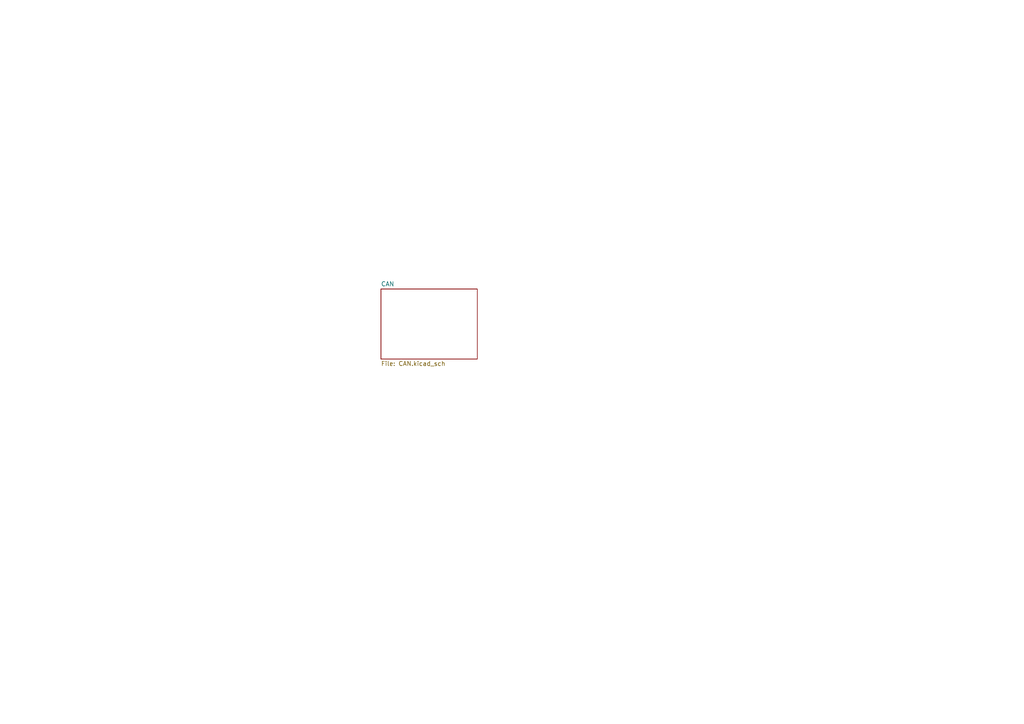
<source format=kicad_sch>
(kicad_sch (version 20230121) (generator eeschema)
  (paper "A4")
  (lib_symbols)
  (sheet (at 110.49 83.82) (size 27.94 20.32) (stroke (width 0.1524))
    (property "Sheetname" "CAN" (at 110.49 83.1084 0) (effects (justify left bottom)))
    (property "Sheetfile" "CAN.kicad_sch" (at 110.49 104.7246 0) (effects (justify left top)))
  )
)
</source>
